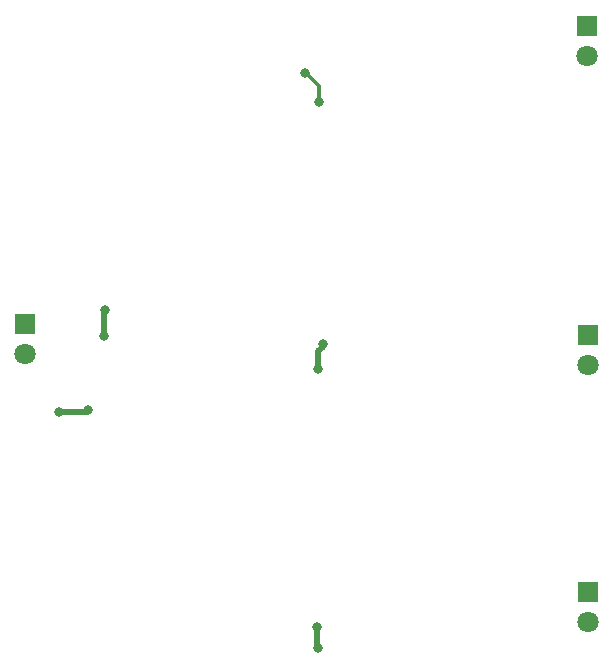
<source format=gbr>
%TF.GenerationSoftware,KiCad,Pcbnew,7.0.8*%
%TF.CreationDate,2023-12-07T00:58:29-06:00*%
%TF.ProjectId,Capst_Power_Controller,43617073-745f-4506-9f77-65725f436f6e,rev?*%
%TF.SameCoordinates,Original*%
%TF.FileFunction,Copper,L2,Bot*%
%TF.FilePolarity,Positive*%
%FSLAX46Y46*%
G04 Gerber Fmt 4.6, Leading zero omitted, Abs format (unit mm)*
G04 Created by KiCad (PCBNEW 7.0.8) date 2023-12-07 00:58:29*
%MOMM*%
%LPD*%
G01*
G04 APERTURE LIST*
%TA.AperFunction,ComponentPad*%
%ADD10R,1.800000X1.800000*%
%TD*%
%TA.AperFunction,ComponentPad*%
%ADD11C,1.800000*%
%TD*%
%TA.AperFunction,ViaPad*%
%ADD12C,0.800000*%
%TD*%
%TA.AperFunction,Conductor*%
%ADD13C,0.500000*%
%TD*%
%TA.AperFunction,Conductor*%
%ADD14C,0.300000*%
%TD*%
G04 APERTURE END LIST*
D10*
%TO.P,J2,1,1*%
%TO.N,/Output1*%
X152273000Y-68988400D03*
D11*
%TO.P,J2,2,2*%
%TO.N,GND*%
X152273000Y-71528400D03*
%TD*%
D10*
%TO.P,J4,1,1*%
%TO.N,/Output3*%
X152400000Y-116840000D03*
D11*
%TO.P,J4,2,2*%
%TO.N,GND*%
X152400000Y-119380000D03*
%TD*%
D10*
%TO.P,J1,1,1*%
%TO.N,Vin*%
X104749600Y-94208600D03*
D11*
%TO.P,J1,2,2*%
%TO.N,GND*%
X104749600Y-96748600D03*
%TD*%
D10*
%TO.P,J3,1,1*%
%TO.N,/Output2*%
X152374600Y-95072200D03*
D11*
%TO.P,J3,2,2*%
%TO.N,GND*%
X152374600Y-97612200D03*
%TD*%
D12*
%TO.N,GND*%
X128445800Y-72900000D03*
X129921000Y-95873700D03*
X111480600Y-92964000D03*
X129588800Y-75414600D03*
X129487200Y-119849700D03*
X129512600Y-121642600D03*
X129514600Y-97967800D03*
X110058200Y-101498400D03*
X111455200Y-95224600D03*
X107594400Y-101600000D03*
%TD*%
D13*
%TO.N,GND*%
X109956600Y-101600000D02*
X110058200Y-101498400D01*
D14*
X129588800Y-74017600D02*
X128458500Y-72887300D01*
D13*
X129512600Y-121642600D02*
X129487200Y-121617200D01*
X111455200Y-92989400D02*
X111480600Y-92964000D01*
D14*
X128458500Y-72887300D02*
X128445800Y-72900000D01*
D13*
X111455200Y-95224600D02*
X111455200Y-92989400D01*
D14*
X129588800Y-75414600D02*
X129588800Y-74017600D01*
D13*
X129514600Y-97967800D02*
X129514600Y-96494600D01*
X107594400Y-101600000D02*
X109956600Y-101600000D01*
X129514600Y-96494600D02*
X129921000Y-96088200D01*
X129487200Y-121617200D02*
X129487200Y-119849700D01*
%TD*%
M02*

</source>
